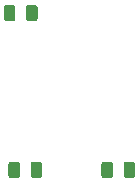
<source format=gbr>
G04 #@! TF.GenerationSoftware,KiCad,Pcbnew,5.1.5+dfsg1-2build2*
G04 #@! TF.CreationDate,2021-09-05T22:16:52+01:00*
G04 #@! TF.ProjectId,pak_breakout,70616b5f-6272-4656-916b-6f75742e6b69,rev?*
G04 #@! TF.SameCoordinates,Original*
G04 #@! TF.FileFunction,Paste,Bot*
G04 #@! TF.FilePolarity,Positive*
%FSLAX46Y46*%
G04 Gerber Fmt 4.6, Leading zero omitted, Abs format (unit mm)*
G04 Created by KiCad (PCBNEW 5.1.5+dfsg1-2build2) date 2021-09-05 22:16:52*
%MOMM*%
%LPD*%
G04 APERTURE LIST*
%ADD10C,0.100000*%
G04 APERTURE END LIST*
D10*
G36*
X347661142Y-241363174D02*
G01*
X347684803Y-241366684D01*
X347708007Y-241372496D01*
X347730529Y-241380554D01*
X347752153Y-241390782D01*
X347772670Y-241403079D01*
X347791883Y-241417329D01*
X347809607Y-241433393D01*
X347825671Y-241451117D01*
X347839921Y-241470330D01*
X347852218Y-241490847D01*
X347862446Y-241512471D01*
X347870504Y-241534993D01*
X347876316Y-241558197D01*
X347879826Y-241581858D01*
X347881000Y-241605750D01*
X347881000Y-242518250D01*
X347879826Y-242542142D01*
X347876316Y-242565803D01*
X347870504Y-242589007D01*
X347862446Y-242611529D01*
X347852218Y-242633153D01*
X347839921Y-242653670D01*
X347825671Y-242672883D01*
X347809607Y-242690607D01*
X347791883Y-242706671D01*
X347772670Y-242720921D01*
X347752153Y-242733218D01*
X347730529Y-242743446D01*
X347708007Y-242751504D01*
X347684803Y-242757316D01*
X347661142Y-242760826D01*
X347637250Y-242762000D01*
X347149750Y-242762000D01*
X347125858Y-242760826D01*
X347102197Y-242757316D01*
X347078993Y-242751504D01*
X347056471Y-242743446D01*
X347034847Y-242733218D01*
X347014330Y-242720921D01*
X346995117Y-242706671D01*
X346977393Y-242690607D01*
X346961329Y-242672883D01*
X346947079Y-242653670D01*
X346934782Y-242633153D01*
X346924554Y-242611529D01*
X346916496Y-242589007D01*
X346910684Y-242565803D01*
X346907174Y-242542142D01*
X346906000Y-242518250D01*
X346906000Y-241605750D01*
X346907174Y-241581858D01*
X346910684Y-241558197D01*
X346916496Y-241534993D01*
X346924554Y-241512471D01*
X346934782Y-241490847D01*
X346947079Y-241470330D01*
X346961329Y-241451117D01*
X346977393Y-241433393D01*
X346995117Y-241417329D01*
X347014330Y-241403079D01*
X347034847Y-241390782D01*
X347056471Y-241380554D01*
X347078993Y-241372496D01*
X347102197Y-241366684D01*
X347125858Y-241363174D01*
X347149750Y-241362000D01*
X347637250Y-241362000D01*
X347661142Y-241363174D01*
G37*
G36*
X345786142Y-241363174D02*
G01*
X345809803Y-241366684D01*
X345833007Y-241372496D01*
X345855529Y-241380554D01*
X345877153Y-241390782D01*
X345897670Y-241403079D01*
X345916883Y-241417329D01*
X345934607Y-241433393D01*
X345950671Y-241451117D01*
X345964921Y-241470330D01*
X345977218Y-241490847D01*
X345987446Y-241512471D01*
X345995504Y-241534993D01*
X346001316Y-241558197D01*
X346004826Y-241581858D01*
X346006000Y-241605750D01*
X346006000Y-242518250D01*
X346004826Y-242542142D01*
X346001316Y-242565803D01*
X345995504Y-242589007D01*
X345987446Y-242611529D01*
X345977218Y-242633153D01*
X345964921Y-242653670D01*
X345950671Y-242672883D01*
X345934607Y-242690607D01*
X345916883Y-242706671D01*
X345897670Y-242720921D01*
X345877153Y-242733218D01*
X345855529Y-242743446D01*
X345833007Y-242751504D01*
X345809803Y-242757316D01*
X345786142Y-242760826D01*
X345762250Y-242762000D01*
X345274750Y-242762000D01*
X345250858Y-242760826D01*
X345227197Y-242757316D01*
X345203993Y-242751504D01*
X345181471Y-242743446D01*
X345159847Y-242733218D01*
X345139330Y-242720921D01*
X345120117Y-242706671D01*
X345102393Y-242690607D01*
X345086329Y-242672883D01*
X345072079Y-242653670D01*
X345059782Y-242633153D01*
X345049554Y-242611529D01*
X345041496Y-242589007D01*
X345035684Y-242565803D01*
X345032174Y-242542142D01*
X345031000Y-242518250D01*
X345031000Y-241605750D01*
X345032174Y-241581858D01*
X345035684Y-241558197D01*
X345041496Y-241534993D01*
X345049554Y-241512471D01*
X345059782Y-241490847D01*
X345072079Y-241470330D01*
X345086329Y-241451117D01*
X345102393Y-241433393D01*
X345120117Y-241417329D01*
X345139330Y-241403079D01*
X345159847Y-241390782D01*
X345181471Y-241380554D01*
X345203993Y-241372496D01*
X345227197Y-241366684D01*
X345250858Y-241363174D01*
X345274750Y-241362000D01*
X345762250Y-241362000D01*
X345786142Y-241363174D01*
G37*
G36*
X339787142Y-241363174D02*
G01*
X339810803Y-241366684D01*
X339834007Y-241372496D01*
X339856529Y-241380554D01*
X339878153Y-241390782D01*
X339898670Y-241403079D01*
X339917883Y-241417329D01*
X339935607Y-241433393D01*
X339951671Y-241451117D01*
X339965921Y-241470330D01*
X339978218Y-241490847D01*
X339988446Y-241512471D01*
X339996504Y-241534993D01*
X340002316Y-241558197D01*
X340005826Y-241581858D01*
X340007000Y-241605750D01*
X340007000Y-242518250D01*
X340005826Y-242542142D01*
X340002316Y-242565803D01*
X339996504Y-242589007D01*
X339988446Y-242611529D01*
X339978218Y-242633153D01*
X339965921Y-242653670D01*
X339951671Y-242672883D01*
X339935607Y-242690607D01*
X339917883Y-242706671D01*
X339898670Y-242720921D01*
X339878153Y-242733218D01*
X339856529Y-242743446D01*
X339834007Y-242751504D01*
X339810803Y-242757316D01*
X339787142Y-242760826D01*
X339763250Y-242762000D01*
X339275750Y-242762000D01*
X339251858Y-242760826D01*
X339228197Y-242757316D01*
X339204993Y-242751504D01*
X339182471Y-242743446D01*
X339160847Y-242733218D01*
X339140330Y-242720921D01*
X339121117Y-242706671D01*
X339103393Y-242690607D01*
X339087329Y-242672883D01*
X339073079Y-242653670D01*
X339060782Y-242633153D01*
X339050554Y-242611529D01*
X339042496Y-242589007D01*
X339036684Y-242565803D01*
X339033174Y-242542142D01*
X339032000Y-242518250D01*
X339032000Y-241605750D01*
X339033174Y-241581858D01*
X339036684Y-241558197D01*
X339042496Y-241534993D01*
X339050554Y-241512471D01*
X339060782Y-241490847D01*
X339073079Y-241470330D01*
X339087329Y-241451117D01*
X339103393Y-241433393D01*
X339121117Y-241417329D01*
X339140330Y-241403079D01*
X339160847Y-241390782D01*
X339182471Y-241380554D01*
X339204993Y-241372496D01*
X339228197Y-241366684D01*
X339251858Y-241363174D01*
X339275750Y-241362000D01*
X339763250Y-241362000D01*
X339787142Y-241363174D01*
G37*
G36*
X337912142Y-241363174D02*
G01*
X337935803Y-241366684D01*
X337959007Y-241372496D01*
X337981529Y-241380554D01*
X338003153Y-241390782D01*
X338023670Y-241403079D01*
X338042883Y-241417329D01*
X338060607Y-241433393D01*
X338076671Y-241451117D01*
X338090921Y-241470330D01*
X338103218Y-241490847D01*
X338113446Y-241512471D01*
X338121504Y-241534993D01*
X338127316Y-241558197D01*
X338130826Y-241581858D01*
X338132000Y-241605750D01*
X338132000Y-242518250D01*
X338130826Y-242542142D01*
X338127316Y-242565803D01*
X338121504Y-242589007D01*
X338113446Y-242611529D01*
X338103218Y-242633153D01*
X338090921Y-242653670D01*
X338076671Y-242672883D01*
X338060607Y-242690607D01*
X338042883Y-242706671D01*
X338023670Y-242720921D01*
X338003153Y-242733218D01*
X337981529Y-242743446D01*
X337959007Y-242751504D01*
X337935803Y-242757316D01*
X337912142Y-242760826D01*
X337888250Y-242762000D01*
X337400750Y-242762000D01*
X337376858Y-242760826D01*
X337353197Y-242757316D01*
X337329993Y-242751504D01*
X337307471Y-242743446D01*
X337285847Y-242733218D01*
X337265330Y-242720921D01*
X337246117Y-242706671D01*
X337228393Y-242690607D01*
X337212329Y-242672883D01*
X337198079Y-242653670D01*
X337185782Y-242633153D01*
X337175554Y-242611529D01*
X337167496Y-242589007D01*
X337161684Y-242565803D01*
X337158174Y-242542142D01*
X337157000Y-242518250D01*
X337157000Y-241605750D01*
X337158174Y-241581858D01*
X337161684Y-241558197D01*
X337167496Y-241534993D01*
X337175554Y-241512471D01*
X337185782Y-241490847D01*
X337198079Y-241470330D01*
X337212329Y-241451117D01*
X337228393Y-241433393D01*
X337246117Y-241417329D01*
X337265330Y-241403079D01*
X337285847Y-241390782D01*
X337307471Y-241380554D01*
X337329993Y-241372496D01*
X337353197Y-241366684D01*
X337376858Y-241363174D01*
X337400750Y-241362000D01*
X337888250Y-241362000D01*
X337912142Y-241363174D01*
G37*
G36*
X339405142Y-228101174D02*
G01*
X339428803Y-228104684D01*
X339452007Y-228110496D01*
X339474529Y-228118554D01*
X339496153Y-228128782D01*
X339516670Y-228141079D01*
X339535883Y-228155329D01*
X339553607Y-228171393D01*
X339569671Y-228189117D01*
X339583921Y-228208330D01*
X339596218Y-228228847D01*
X339606446Y-228250471D01*
X339614504Y-228272993D01*
X339620316Y-228296197D01*
X339623826Y-228319858D01*
X339625000Y-228343750D01*
X339625000Y-229256250D01*
X339623826Y-229280142D01*
X339620316Y-229303803D01*
X339614504Y-229327007D01*
X339606446Y-229349529D01*
X339596218Y-229371153D01*
X339583921Y-229391670D01*
X339569671Y-229410883D01*
X339553607Y-229428607D01*
X339535883Y-229444671D01*
X339516670Y-229458921D01*
X339496153Y-229471218D01*
X339474529Y-229481446D01*
X339452007Y-229489504D01*
X339428803Y-229495316D01*
X339405142Y-229498826D01*
X339381250Y-229500000D01*
X338893750Y-229500000D01*
X338869858Y-229498826D01*
X338846197Y-229495316D01*
X338822993Y-229489504D01*
X338800471Y-229481446D01*
X338778847Y-229471218D01*
X338758330Y-229458921D01*
X338739117Y-229444671D01*
X338721393Y-229428607D01*
X338705329Y-229410883D01*
X338691079Y-229391670D01*
X338678782Y-229371153D01*
X338668554Y-229349529D01*
X338660496Y-229327007D01*
X338654684Y-229303803D01*
X338651174Y-229280142D01*
X338650000Y-229256250D01*
X338650000Y-228343750D01*
X338651174Y-228319858D01*
X338654684Y-228296197D01*
X338660496Y-228272993D01*
X338668554Y-228250471D01*
X338678782Y-228228847D01*
X338691079Y-228208330D01*
X338705329Y-228189117D01*
X338721393Y-228171393D01*
X338739117Y-228155329D01*
X338758330Y-228141079D01*
X338778847Y-228128782D01*
X338800471Y-228118554D01*
X338822993Y-228110496D01*
X338846197Y-228104684D01*
X338869858Y-228101174D01*
X338893750Y-228100000D01*
X339381250Y-228100000D01*
X339405142Y-228101174D01*
G37*
G36*
X337530142Y-228101174D02*
G01*
X337553803Y-228104684D01*
X337577007Y-228110496D01*
X337599529Y-228118554D01*
X337621153Y-228128782D01*
X337641670Y-228141079D01*
X337660883Y-228155329D01*
X337678607Y-228171393D01*
X337694671Y-228189117D01*
X337708921Y-228208330D01*
X337721218Y-228228847D01*
X337731446Y-228250471D01*
X337739504Y-228272993D01*
X337745316Y-228296197D01*
X337748826Y-228319858D01*
X337750000Y-228343750D01*
X337750000Y-229256250D01*
X337748826Y-229280142D01*
X337745316Y-229303803D01*
X337739504Y-229327007D01*
X337731446Y-229349529D01*
X337721218Y-229371153D01*
X337708921Y-229391670D01*
X337694671Y-229410883D01*
X337678607Y-229428607D01*
X337660883Y-229444671D01*
X337641670Y-229458921D01*
X337621153Y-229471218D01*
X337599529Y-229481446D01*
X337577007Y-229489504D01*
X337553803Y-229495316D01*
X337530142Y-229498826D01*
X337506250Y-229500000D01*
X337018750Y-229500000D01*
X336994858Y-229498826D01*
X336971197Y-229495316D01*
X336947993Y-229489504D01*
X336925471Y-229481446D01*
X336903847Y-229471218D01*
X336883330Y-229458921D01*
X336864117Y-229444671D01*
X336846393Y-229428607D01*
X336830329Y-229410883D01*
X336816079Y-229391670D01*
X336803782Y-229371153D01*
X336793554Y-229349529D01*
X336785496Y-229327007D01*
X336779684Y-229303803D01*
X336776174Y-229280142D01*
X336775000Y-229256250D01*
X336775000Y-228343750D01*
X336776174Y-228319858D01*
X336779684Y-228296197D01*
X336785496Y-228272993D01*
X336793554Y-228250471D01*
X336803782Y-228228847D01*
X336816079Y-228208330D01*
X336830329Y-228189117D01*
X336846393Y-228171393D01*
X336864117Y-228155329D01*
X336883330Y-228141079D01*
X336903847Y-228128782D01*
X336925471Y-228118554D01*
X336947993Y-228110496D01*
X336971197Y-228104684D01*
X336994858Y-228101174D01*
X337018750Y-228100000D01*
X337506250Y-228100000D01*
X337530142Y-228101174D01*
G37*
M02*

</source>
